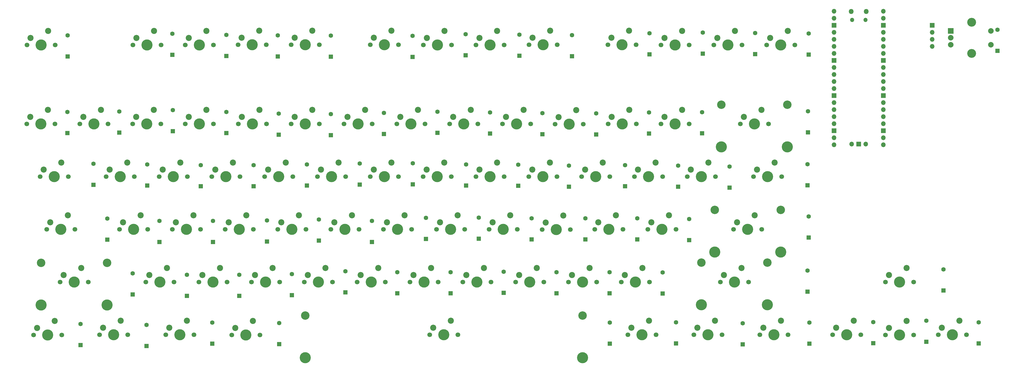
<source format=gbr>
%TF.GenerationSoftware,KiCad,Pcbnew,9.0.2*%
%TF.CreationDate,2025-06-22T22:51:19+05:30*%
%TF.ProjectId,hackboard,6861636b-626f-4617-9264-2e6b69636164,rev?*%
%TF.SameCoordinates,Original*%
%TF.FileFunction,Soldermask,Top*%
%TF.FilePolarity,Negative*%
%FSLAX46Y46*%
G04 Gerber Fmt 4.6, Leading zero omitted, Abs format (unit mm)*
G04 Created by KiCad (PCBNEW 9.0.2) date 2025-06-22 22:51:19*
%MOMM*%
%LPD*%
G01*
G04 APERTURE LIST*
G04 Aperture macros list*
%AMRoundRect*
0 Rectangle with rounded corners*
0 $1 Rounding radius*
0 $2 $3 $4 $5 $6 $7 $8 $9 X,Y pos of 4 corners*
0 Add a 4 corners polygon primitive as box body*
4,1,4,$2,$3,$4,$5,$6,$7,$8,$9,$2,$3,0*
0 Add four circle primitives for the rounded corners*
1,1,$1+$1,$2,$3*
1,1,$1+$1,$4,$5*
1,1,$1+$1,$6,$7*
1,1,$1+$1,$8,$9*
0 Add four rect primitives between the rounded corners*
20,1,$1+$1,$2,$3,$4,$5,0*
20,1,$1+$1,$4,$5,$6,$7,0*
20,1,$1+$1,$6,$7,$8,$9,0*
20,1,$1+$1,$8,$9,$2,$3,0*%
G04 Aperture macros list end*
%ADD10C,1.700000*%
%ADD11C,4.000000*%
%ADD12C,2.200000*%
%ADD13C,3.050000*%
%ADD14R,1.700000X1.700000*%
%ADD15O,1.700000X1.700000*%
%ADD16R,2.000000X2.000000*%
%ADD17C,2.000000*%
%ADD18C,3.200000*%
%ADD19RoundRect,0.250000X0.550000X-0.550000X0.550000X0.550000X-0.550000X0.550000X-0.550000X-0.550000X0*%
%ADD20C,1.600000*%
%ADD21O,1.800000X1.800000*%
%ADD22O,1.500000X1.500000*%
G04 APERTURE END LIST*
D10*
%TO.C,SW44*%
X121205000Y-298620000D03*
D11*
X126285000Y-298620000D03*
D10*
X131365000Y-298620000D03*
D12*
X128825000Y-293540000D03*
X122475000Y-296080000D03*
%TD*%
D10*
%TO.C,SW43*%
X102170000Y-298620000D03*
D11*
X107250000Y-298620000D03*
D10*
X112330000Y-298620000D03*
D12*
X109790000Y-293540000D03*
X103440000Y-296080000D03*
%TD*%
D10*
%TO.C,SW52*%
X273600000Y-298620000D03*
D11*
X278680000Y-298620000D03*
D10*
X283760000Y-298620000D03*
D12*
X281220000Y-293540000D03*
X274870000Y-296080000D03*
%TD*%
D10*
%TO.C,SW22*%
X221260000Y-260520000D03*
D11*
X226340000Y-260520000D03*
D10*
X231420000Y-260520000D03*
D12*
X228880000Y-255440000D03*
X222530000Y-257980000D03*
%TD*%
D10*
%TO.C,SW18*%
X145040000Y-260520000D03*
D11*
X150120000Y-260520000D03*
D10*
X155200000Y-260520000D03*
D12*
X152660000Y-255440000D03*
X146310000Y-257980000D03*
%TD*%
D10*
%TO.C,SW39*%
X287890000Y-279580000D03*
D11*
X292970000Y-279580000D03*
D10*
X298050000Y-279580000D03*
D12*
X295510000Y-274500000D03*
X289160000Y-277040000D03*
%TD*%
D10*
%TO.C,SW74*%
X309300000Y-336740000D03*
D11*
X314380000Y-336740000D03*
D10*
X319460000Y-336740000D03*
D12*
X316920000Y-331660000D03*
X310570000Y-334200000D03*
%TD*%
D10*
%TO.C,SW42*%
X75980000Y-298640000D03*
D11*
X81060000Y-298640000D03*
D10*
X86140000Y-298640000D03*
D12*
X83600000Y-293560000D03*
X77250000Y-296100000D03*
%TD*%
D13*
%TO.C,SW27*%
X319200000Y-253540000D03*
D11*
X319200000Y-268780000D03*
D10*
X326020000Y-260540000D03*
D11*
X331100000Y-260540000D03*
D10*
X336180000Y-260540000D03*
D13*
X343000000Y-253540000D03*
D11*
X343000000Y-268780000D03*
D12*
X333640000Y-255460000D03*
X327290000Y-258000000D03*
%TD*%
D10*
%TO.C,SW26*%
X297400000Y-260530000D03*
D11*
X302480000Y-260530000D03*
D10*
X307560000Y-260530000D03*
D12*
X305020000Y-255450000D03*
X298670000Y-257990000D03*
%TD*%
D10*
%TO.C,SW68*%
X71190000Y-336790000D03*
D11*
X76270000Y-336790000D03*
D10*
X81350000Y-336790000D03*
D12*
X78810000Y-331710000D03*
X72460000Y-334250000D03*
%TD*%
D10*
%TO.C,SW37*%
X249730000Y-279610000D03*
D11*
X254810000Y-279610000D03*
D10*
X259890000Y-279610000D03*
D12*
X257350000Y-274530000D03*
X251000000Y-277070000D03*
%TD*%
D10*
%TO.C,SW49*%
X216490000Y-298630000D03*
D11*
X221570000Y-298630000D03*
D10*
X226650000Y-298630000D03*
D12*
X224110000Y-293550000D03*
X217760000Y-296090000D03*
%TD*%
D14*
%TO.C,Brd1*%
X395230000Y-224870000D03*
D15*
X395230000Y-227410000D03*
X395230000Y-229950000D03*
X395230000Y-232490000D03*
%TD*%
D10*
%TO.C,SW47*%
X178360000Y-298620000D03*
D11*
X183440000Y-298620000D03*
D10*
X188520000Y-298620000D03*
D12*
X185980000Y-293540000D03*
X179630000Y-296080000D03*
%TD*%
D10*
%TO.C,SW45*%
X140260000Y-298650000D03*
D11*
X145340000Y-298650000D03*
D10*
X150420000Y-298650000D03*
D12*
X147880000Y-293570000D03*
X141530000Y-296110000D03*
%TD*%
D10*
%TO.C,SW34*%
X192620000Y-279600000D03*
D11*
X197700000Y-279600000D03*
D10*
X202780000Y-279600000D03*
D12*
X200240000Y-274520000D03*
X193890000Y-277060000D03*
%TD*%
D10*
%TO.C,SW12*%
X316500000Y-231970000D03*
D11*
X321580000Y-231970000D03*
D10*
X326660000Y-231970000D03*
D12*
X324120000Y-226890000D03*
X317770000Y-229430000D03*
%TD*%
D10*
%TO.C,SW10*%
X278340000Y-231940000D03*
D11*
X283420000Y-231940000D03*
D10*
X288500000Y-231940000D03*
D12*
X285960000Y-226860000D03*
X279610000Y-229400000D03*
%TD*%
D10*
%TO.C,SW4*%
X144990000Y-231930000D03*
D11*
X150070000Y-231930000D03*
D10*
X155150000Y-231930000D03*
D12*
X152610000Y-226850000D03*
X146260000Y-229390000D03*
%TD*%
D10*
%TO.C,SW32*%
X154530000Y-279590000D03*
D11*
X159610000Y-279590000D03*
D10*
X164690000Y-279590000D03*
D12*
X162150000Y-274510000D03*
X155800000Y-277050000D03*
%TD*%
D10*
%TO.C,SW35*%
X211690000Y-279600000D03*
D11*
X216770000Y-279600000D03*
D10*
X221850000Y-279600000D03*
D12*
X219310000Y-274520000D03*
X212960000Y-277060000D03*
%TD*%
D10*
%TO.C,SW58*%
X149780000Y-317700000D03*
D11*
X154860000Y-317700000D03*
D10*
X159940000Y-317700000D03*
D12*
X157400000Y-312620000D03*
X151050000Y-315160000D03*
%TD*%
D10*
%TO.C,SW16*%
X106960000Y-260490000D03*
D11*
X112040000Y-260490000D03*
D10*
X117120000Y-260490000D03*
D12*
X114580000Y-255410000D03*
X108230000Y-257950000D03*
%TD*%
D10*
%TO.C,SW59*%
X168830000Y-317670000D03*
D11*
X173910000Y-317670000D03*
D10*
X178990000Y-317670000D03*
D12*
X176450000Y-312590000D03*
X170100000Y-315130000D03*
%TD*%
D10*
%TO.C,SW78*%
X397440000Y-336740000D03*
D11*
X402520000Y-336740000D03*
D10*
X407600000Y-336740000D03*
D12*
X405060000Y-331660000D03*
X398710000Y-334200000D03*
%TD*%
D10*
%TO.C,SW7*%
X211740000Y-232000000D03*
D11*
X216820000Y-232000000D03*
D10*
X221900000Y-232000000D03*
D12*
X219360000Y-226920000D03*
X213010000Y-229460000D03*
%TD*%
D10*
%TO.C,SW6*%
X192650000Y-231910000D03*
D11*
X197730000Y-231910000D03*
D10*
X202810000Y-231910000D03*
D12*
X200270000Y-226830000D03*
X193920000Y-229370000D03*
%TD*%
D10*
%TO.C,SW19*%
X164070000Y-260520000D03*
D11*
X169150000Y-260520000D03*
D10*
X174230000Y-260520000D03*
D12*
X171690000Y-255440000D03*
X165340000Y-257980000D03*
%TD*%
D10*
%TO.C,SW28*%
X73570000Y-279580000D03*
D11*
X78650000Y-279580000D03*
D10*
X83730000Y-279580000D03*
D12*
X81190000Y-274500000D03*
X74840000Y-277040000D03*
%TD*%
D10*
%TO.C,SW23*%
X240300000Y-260560000D03*
D11*
X245380000Y-260560000D03*
D10*
X250460000Y-260560000D03*
D12*
X247920000Y-255480000D03*
X241570000Y-258020000D03*
%TD*%
D10*
%TO.C,SW2*%
X106980000Y-231950000D03*
D11*
X112060000Y-231950000D03*
D10*
X117140000Y-231950000D03*
D12*
X114600000Y-226870000D03*
X108250000Y-229410000D03*
%TD*%
D13*
%TO.C,SW72*%
X169140000Y-329740000D03*
D11*
X169140000Y-344980000D03*
D10*
X214060000Y-336740000D03*
D11*
X219140000Y-336740000D03*
D10*
X224220000Y-336740000D03*
D13*
X269140000Y-329740000D03*
D11*
X269140000Y-344980000D03*
D12*
X221680000Y-331660000D03*
X215330000Y-334200000D03*
%TD*%
D13*
%TO.C,SW55*%
X73910000Y-310700000D03*
D11*
X73910000Y-325940000D03*
D10*
X80730000Y-317700000D03*
D11*
X85810000Y-317700000D03*
D10*
X90890000Y-317700000D03*
D13*
X97710000Y-310700000D03*
D11*
X97710000Y-325940000D03*
D12*
X88350000Y-312620000D03*
X82000000Y-315160000D03*
%TD*%
D10*
%TO.C,SW20*%
X183150000Y-260520000D03*
D11*
X188230000Y-260520000D03*
D10*
X193310000Y-260520000D03*
D12*
X190770000Y-255440000D03*
X184420000Y-257980000D03*
%TD*%
D10*
%TO.C,SW36*%
X230720000Y-279590000D03*
D11*
X235800000Y-279590000D03*
D10*
X240880000Y-279590000D03*
D12*
X238340000Y-274510000D03*
X231990000Y-277050000D03*
%TD*%
D10*
%TO.C,SW64*%
X264090000Y-317710000D03*
D11*
X269170000Y-317710000D03*
D10*
X274250000Y-317710000D03*
D12*
X271710000Y-312630000D03*
X265360000Y-315170000D03*
%TD*%
D10*
%TO.C,SW8*%
X230720000Y-232010000D03*
D11*
X235800000Y-232010000D03*
D10*
X240880000Y-232010000D03*
D12*
X238340000Y-226930000D03*
X231990000Y-229470000D03*
%TD*%
D10*
%TO.C,SW50*%
X235440000Y-298600000D03*
D11*
X240520000Y-298600000D03*
D10*
X245600000Y-298600000D03*
D12*
X243060000Y-293520000D03*
X236710000Y-296060000D03*
%TD*%
D13*
%TO.C,SW54*%
X316790000Y-291622500D03*
D11*
X316790000Y-306862500D03*
D10*
X323610000Y-298622500D03*
D11*
X328690000Y-298622500D03*
D10*
X333770000Y-298622500D03*
D13*
X340590000Y-291622500D03*
D11*
X340590000Y-306862500D03*
D12*
X331230000Y-293542500D03*
X324880000Y-296082500D03*
%TD*%
D10*
%TO.C,SW31*%
X135470000Y-279590000D03*
D11*
X140550000Y-279590000D03*
D10*
X145630000Y-279590000D03*
D12*
X143090000Y-274510000D03*
X136740000Y-277050000D03*
%TD*%
D10*
%TO.C,SW17*%
X125900000Y-260560000D03*
D11*
X130980000Y-260560000D03*
D10*
X136060000Y-260560000D03*
D12*
X133520000Y-255480000D03*
X127170000Y-258020000D03*
%TD*%
D10*
%TO.C,SW21*%
X202190000Y-260520000D03*
D11*
X207270000Y-260520000D03*
D10*
X212350000Y-260520000D03*
D12*
X209810000Y-255440000D03*
X203460000Y-257980000D03*
%TD*%
D16*
%TO.C,SW79*%
X401910000Y-226900000D03*
D17*
X401910000Y-231900000D03*
X401910000Y-229400000D03*
D18*
X409410000Y-223800000D03*
X409410000Y-235000000D03*
D17*
X416410000Y-231900000D03*
X416410000Y-226900000D03*
%TD*%
D10*
%TO.C,SW60*%
X187880000Y-317670000D03*
D11*
X192960000Y-317670000D03*
D10*
X198040000Y-317670000D03*
D12*
X195500000Y-312590000D03*
X189150000Y-315130000D03*
%TD*%
D10*
%TO.C,SW71*%
X142680000Y-336790000D03*
D11*
X147760000Y-336790000D03*
D10*
X152840000Y-336790000D03*
D12*
X150300000Y-331710000D03*
X143950000Y-334250000D03*
%TD*%
D10*
%TO.C,SW76*%
X359340000Y-336700000D03*
D11*
X364420000Y-336700000D03*
D10*
X369500000Y-336700000D03*
D12*
X366960000Y-331620000D03*
X360610000Y-334160000D03*
%TD*%
D10*
%TO.C,SW69*%
X95010000Y-336750000D03*
D11*
X100090000Y-336750000D03*
D10*
X105170000Y-336750000D03*
D12*
X102630000Y-331670000D03*
X96280000Y-334210000D03*
%TD*%
D10*
%TO.C,SW48*%
X197390000Y-298650000D03*
D11*
X202470000Y-298650000D03*
D10*
X207550000Y-298650000D03*
D12*
X205010000Y-293570000D03*
X198660000Y-296110000D03*
%TD*%
D10*
%TO.C,SW11*%
X297400000Y-231970000D03*
D11*
X302480000Y-231970000D03*
D10*
X307560000Y-231970000D03*
D12*
X305020000Y-226890000D03*
X298670000Y-229430000D03*
%TD*%
D10*
%TO.C,SW63*%
X245030000Y-317710000D03*
D11*
X250110000Y-317710000D03*
D10*
X255190000Y-317710000D03*
D12*
X252650000Y-312630000D03*
X246300000Y-315170000D03*
%TD*%
D10*
%TO.C,SW29*%
X97380000Y-279600000D03*
D11*
X102460000Y-279600000D03*
D10*
X107540000Y-279600000D03*
D12*
X105000000Y-274520000D03*
X98650000Y-277060000D03*
%TD*%
D10*
%TO.C,SW46*%
X159280000Y-298620000D03*
D11*
X164360000Y-298620000D03*
D10*
X169440000Y-298620000D03*
D12*
X166900000Y-293540000D03*
X160550000Y-296080000D03*
%TD*%
D10*
%TO.C,SW33*%
X173540000Y-279570000D03*
D11*
X178620000Y-279570000D03*
D10*
X183700000Y-279570000D03*
D12*
X181160000Y-274490000D03*
X174810000Y-277030000D03*
%TD*%
D10*
%TO.C,SW41*%
X330760000Y-279600000D03*
D11*
X335840000Y-279600000D03*
D10*
X340920000Y-279600000D03*
D12*
X338380000Y-274520000D03*
X332030000Y-277060000D03*
%TD*%
D10*
%TO.C,SW1*%
X68815000Y-231950000D03*
D11*
X73895000Y-231950000D03*
D10*
X78975000Y-231950000D03*
D12*
X76435000Y-226870000D03*
X70085000Y-229410000D03*
%TD*%
D10*
%TO.C,SW25*%
X278380000Y-260560000D03*
D11*
X283460000Y-260560000D03*
D10*
X288540000Y-260560000D03*
D12*
X286000000Y-255480000D03*
X279650000Y-258020000D03*
%TD*%
D10*
%TO.C,SW57*%
X130770000Y-317700000D03*
D11*
X135850000Y-317700000D03*
D10*
X140930000Y-317700000D03*
D12*
X138390000Y-312620000D03*
X132040000Y-315160000D03*
%TD*%
D10*
%TO.C,SW40*%
X306920000Y-279580000D03*
D11*
X312000000Y-279580000D03*
D10*
X317080000Y-279580000D03*
D12*
X314540000Y-274500000D03*
X308190000Y-277040000D03*
%TD*%
D10*
%TO.C,SW61*%
X206930000Y-317670000D03*
D11*
X212010000Y-317670000D03*
D10*
X217090000Y-317670000D03*
D12*
X214550000Y-312590000D03*
X208200000Y-315130000D03*
%TD*%
D10*
%TO.C,SW9*%
X249810000Y-231910000D03*
D11*
X254890000Y-231910000D03*
D10*
X259970000Y-231910000D03*
D12*
X257430000Y-226830000D03*
X251080000Y-229370000D03*
%TD*%
D10*
%TO.C,SW5*%
X164090000Y-231930000D03*
D11*
X169170000Y-231930000D03*
D10*
X174250000Y-231930000D03*
D12*
X171710000Y-226850000D03*
X165360000Y-229390000D03*
%TD*%
D10*
%TO.C,SW14*%
X68740000Y-260520000D03*
D11*
X73820000Y-260520000D03*
D10*
X78900000Y-260520000D03*
D12*
X76360000Y-255440000D03*
X70010000Y-257980000D03*
%TD*%
D10*
%TO.C,SW77*%
X378400000Y-336770000D03*
D11*
X383480000Y-336770000D03*
D10*
X388560000Y-336770000D03*
D12*
X386020000Y-331690000D03*
X379670000Y-334230000D03*
%TD*%
D10*
%TO.C,SW75*%
X333120000Y-336760000D03*
D11*
X338200000Y-336760000D03*
D10*
X343280000Y-336760000D03*
D12*
X340740000Y-331680000D03*
X334390000Y-334220000D03*
%TD*%
D10*
%TO.C,SW53*%
X292690000Y-298660000D03*
D11*
X297770000Y-298660000D03*
D10*
X302850000Y-298660000D03*
D12*
X300310000Y-293580000D03*
X293960000Y-296120000D03*
%TD*%
D10*
%TO.C,SW70*%
X118840000Y-336730000D03*
D11*
X123920000Y-336730000D03*
D10*
X129000000Y-336730000D03*
D12*
X126460000Y-331650000D03*
X120110000Y-334190000D03*
%TD*%
D10*
%TO.C,SW15*%
X87880000Y-260560000D03*
D11*
X92960000Y-260560000D03*
D10*
X98040000Y-260560000D03*
D12*
X95500000Y-255480000D03*
X89150000Y-258020000D03*
%TD*%
D10*
%TO.C,SW62*%
X225980000Y-317670000D03*
D11*
X231060000Y-317670000D03*
D10*
X236140000Y-317670000D03*
D12*
X233600000Y-312590000D03*
X227250000Y-315130000D03*
%TD*%
D10*
%TO.C,SW56*%
X111650000Y-317670000D03*
D11*
X116730000Y-317670000D03*
D10*
X121810000Y-317670000D03*
D12*
X119270000Y-312590000D03*
X112920000Y-315130000D03*
%TD*%
D10*
%TO.C,SW3*%
X125930000Y-231960000D03*
D11*
X131010000Y-231960000D03*
D10*
X136090000Y-231960000D03*
D12*
X133550000Y-226880000D03*
X127200000Y-229420000D03*
%TD*%
D10*
%TO.C,SW65*%
X283120000Y-317670000D03*
D11*
X288200000Y-317670000D03*
D10*
X293280000Y-317670000D03*
D12*
X290740000Y-312590000D03*
X284390000Y-315130000D03*
%TD*%
D10*
%TO.C,SW38*%
X268810000Y-279610000D03*
D11*
X273890000Y-279610000D03*
D10*
X278970000Y-279610000D03*
D12*
X276430000Y-274530000D03*
X270080000Y-277070000D03*
%TD*%
D10*
%TO.C,SW67*%
X378390000Y-317710000D03*
D11*
X383470000Y-317710000D03*
D10*
X388550000Y-317710000D03*
D12*
X386010000Y-312630000D03*
X379660000Y-315170000D03*
%TD*%
D10*
%TO.C,SW24*%
X259270000Y-260590000D03*
D11*
X264350000Y-260590000D03*
D10*
X269430000Y-260590000D03*
D12*
X266890000Y-255510000D03*
X260540000Y-258050000D03*
%TD*%
D10*
%TO.C,SW30*%
X116460000Y-279590000D03*
D11*
X121540000Y-279590000D03*
D10*
X126620000Y-279590000D03*
D12*
X124080000Y-274510000D03*
X117730000Y-277050000D03*
%TD*%
D10*
%TO.C,SW51*%
X254590000Y-298690000D03*
D11*
X259670000Y-298690000D03*
D10*
X264750000Y-298690000D03*
D12*
X262210000Y-293610000D03*
X255860000Y-296150000D03*
%TD*%
D10*
%TO.C,SW73*%
X285490000Y-336710000D03*
D11*
X290570000Y-336710000D03*
D10*
X295650000Y-336710000D03*
D12*
X293110000Y-331630000D03*
X286760000Y-334170000D03*
%TD*%
D10*
%TO.C,SW13*%
X335500000Y-231950000D03*
D11*
X340580000Y-231950000D03*
D10*
X345660000Y-231950000D03*
D12*
X343120000Y-226870000D03*
X336770000Y-229410000D03*
%TD*%
D13*
%TO.C,SW66*%
X312030000Y-310670000D03*
D11*
X312030000Y-325910000D03*
D10*
X318850000Y-317670000D03*
D11*
X323930000Y-317670000D03*
D10*
X329010000Y-317670000D03*
D13*
X335830000Y-310670000D03*
D11*
X335830000Y-325910000D03*
D12*
X326470000Y-312590000D03*
X320120000Y-315130000D03*
%TD*%
D19*
%TO.C,D6*%
X207850000Y-236300000D03*
D20*
X207850000Y-228680000D03*
%TD*%
D19*
%TO.C,D52*%
X288875000Y-302250000D03*
D20*
X288875000Y-294630000D03*
%TD*%
D19*
%TO.C,D4*%
X159250000Y-236095000D03*
D20*
X159250000Y-228475000D03*
%TD*%
D19*
%TO.C,D69*%
X111890000Y-340760000D03*
D20*
X111890000Y-333140000D03*
%TD*%
D19*
%TO.C,D54*%
X350675000Y-301575000D03*
D20*
X350675000Y-293955000D03*
%TD*%
D19*
%TO.C,D40*%
X322175000Y-283550000D03*
D20*
X322175000Y-275930000D03*
%TD*%
D19*
%TO.C,D57*%
X145350000Y-322670000D03*
D20*
X145350000Y-315050000D03*
%TD*%
D19*
%TO.C,D2*%
X121275000Y-235550000D03*
D20*
X121275000Y-227930000D03*
%TD*%
D19*
%TO.C,D12*%
X331425000Y-235250000D03*
D20*
X331425000Y-227630000D03*
%TD*%
D19*
%TO.C,D47*%
X193250000Y-303150000D03*
D20*
X193250000Y-295530000D03*
%TD*%
D19*
%TO.C,D21*%
X216825000Y-263775000D03*
D20*
X216825000Y-256155000D03*
%TD*%
D19*
%TO.C,D25*%
X293100000Y-263950000D03*
D20*
X293100000Y-256330000D03*
%TD*%
D19*
%TO.C,D16*%
X121425000Y-263150000D03*
D20*
X121425000Y-255530000D03*
%TD*%
D19*
%TO.C,D36*%
X245950000Y-282875000D03*
D20*
X245950000Y-275255000D03*
%TD*%
D19*
%TO.C,D17*%
X140700000Y-263800000D03*
D20*
X140700000Y-256180000D03*
%TD*%
D19*
%TO.C,D62*%
X240700000Y-321600000D03*
D20*
X240700000Y-313980000D03*
%TD*%
D19*
%TO.C,D1*%
X83500000Y-236100000D03*
D20*
X83500000Y-228480000D03*
%TD*%
D19*
%TO.C,D20*%
X197500000Y-264200000D03*
D20*
X197500000Y-256580000D03*
%TD*%
D19*
%TO.C,D8*%
X246350000Y-235900000D03*
D20*
X246350000Y-228280000D03*
%TD*%
D19*
%TO.C,D24*%
X274050000Y-264350000D03*
D20*
X274050000Y-256730000D03*
%TD*%
D19*
%TO.C,D70*%
X135670000Y-339970000D03*
D20*
X135670000Y-332350000D03*
%TD*%
D19*
%TO.C,D14*%
X83400000Y-263825000D03*
D20*
X83400000Y-256205000D03*
%TD*%
D19*
%TO.C,D13*%
X350650000Y-235475000D03*
D20*
X350650000Y-227855000D03*
%TD*%
D19*
%TO.C,D55*%
X106975000Y-322150000D03*
D20*
X106975000Y-314530000D03*
%TD*%
D19*
%TO.C,D75*%
X350930000Y-339950000D03*
D20*
X350930000Y-332330000D03*
%TD*%
D19*
%TO.C,D23*%
X254650000Y-264225000D03*
D20*
X254650000Y-256605000D03*
%TD*%
D19*
%TO.C,D26*%
X312275000Y-263925000D03*
D20*
X312275000Y-256305000D03*
%TD*%
D19*
%TO.C,D68*%
X88180000Y-340440000D03*
D20*
X88180000Y-332820000D03*
%TD*%
D19*
%TO.C,D49*%
X231725000Y-301975000D03*
D20*
X231725000Y-294355000D03*
%TD*%
D19*
%TO.C,D10*%
X293300000Y-235350000D03*
D20*
X293300000Y-227730000D03*
%TD*%
D19*
%TO.C,D37*%
X264220000Y-283210000D03*
D20*
X264220000Y-275590000D03*
%TD*%
D19*
%TO.C,D42*%
X97800000Y-302350000D03*
D20*
X97800000Y-294730000D03*
%TD*%
D19*
%TO.C,D78*%
X412020000Y-339840000D03*
D20*
X412020000Y-332220000D03*
%TD*%
D19*
%TO.C,D5*%
X178425000Y-236250000D03*
D20*
X178425000Y-228630000D03*
%TD*%
D19*
%TO.C,D45*%
X155375000Y-303050000D03*
D20*
X155375000Y-295430000D03*
%TD*%
D19*
%TO.C,D19*%
X178425000Y-264600000D03*
D20*
X178425000Y-256980000D03*
%TD*%
D19*
%TO.C,D32*%
X169750000Y-282750000D03*
D20*
X169750000Y-275130000D03*
%TD*%
D21*
%TO.C,U1*%
X371465000Y-219910000D03*
D22*
X371165000Y-222940000D03*
X366315000Y-222940000D03*
D21*
X366015000Y-219910000D03*
D15*
X377630000Y-219780000D03*
X377630000Y-222320000D03*
D14*
X377630000Y-224860000D03*
D15*
X377630000Y-227400000D03*
X377630000Y-229940000D03*
X377630000Y-232480000D03*
X377630000Y-235020000D03*
D14*
X377630000Y-237560000D03*
D15*
X377630000Y-240100000D03*
X377630000Y-242640000D03*
X377630000Y-245180000D03*
X377630000Y-247720000D03*
D14*
X377630000Y-250260000D03*
D15*
X377630000Y-252800000D03*
X377630000Y-255340000D03*
X377630000Y-257880000D03*
X377630000Y-260420000D03*
D14*
X377630000Y-262960000D03*
D15*
X377630000Y-265500000D03*
X377630000Y-268040000D03*
X359850000Y-268040000D03*
X359850000Y-265500000D03*
D14*
X359850000Y-262960000D03*
D15*
X359850000Y-260420000D03*
X359850000Y-257880000D03*
X359850000Y-255340000D03*
X359850000Y-252800000D03*
D14*
X359850000Y-250260000D03*
D15*
X359850000Y-247720000D03*
X359850000Y-245180000D03*
X359850000Y-242640000D03*
X359850000Y-240100000D03*
D14*
X359850000Y-237560000D03*
D15*
X359850000Y-235020000D03*
X359850000Y-232480000D03*
X359850000Y-229940000D03*
X359850000Y-227400000D03*
D14*
X359850000Y-224860000D03*
D15*
X359850000Y-222320000D03*
X359850000Y-219780000D03*
X371280000Y-267810000D03*
D14*
X368740000Y-267810000D03*
D15*
X366200000Y-267810000D03*
%TD*%
D19*
%TO.C,D64*%
X278875000Y-321725000D03*
D20*
X278875000Y-314105000D03*
%TD*%
D19*
%TO.C,D72*%
X279000000Y-339960000D03*
D20*
X279000000Y-332340000D03*
%TD*%
D19*
%TO.C,D60*%
X202350000Y-321725000D03*
D20*
X202350000Y-314105000D03*
%TD*%
D19*
%TO.C,D31*%
X150525000Y-283075000D03*
D20*
X150525000Y-275455000D03*
%TD*%
D19*
%TO.C,D39*%
X303625000Y-283235000D03*
D20*
X303625000Y-275615000D03*
%TD*%
D19*
%TO.C,D76*%
X373940000Y-339760000D03*
D20*
X373940000Y-332140000D03*
%TD*%
D19*
%TO.C,D56*%
X126450000Y-322625000D03*
D20*
X126450000Y-315005000D03*
%TD*%
D19*
%TO.C,D48*%
X212650000Y-302125000D03*
D20*
X212650000Y-294505000D03*
%TD*%
D19*
%TO.C,D53*%
X307600000Y-302500000D03*
D20*
X307600000Y-294880000D03*
%TD*%
D19*
%TO.C,D3*%
X140675000Y-235975000D03*
D20*
X140675000Y-228355000D03*
%TD*%
D19*
%TO.C,D65*%
X298000000Y-321825000D03*
D20*
X298000000Y-314205000D03*
%TD*%
D19*
%TO.C,D74*%
X326870000Y-340190000D03*
D20*
X326870000Y-332570000D03*
%TD*%
D19*
%TO.C,D28*%
X92825000Y-282575000D03*
D20*
X92825000Y-274955000D03*
%TD*%
D19*
%TO.C,D71*%
X159760000Y-340070000D03*
D20*
X159760000Y-332450000D03*
%TD*%
D19*
%TO.C,D50*%
X250800000Y-302225000D03*
D20*
X250800000Y-294605000D03*
%TD*%
D19*
%TO.C,D77*%
X393140000Y-339230000D03*
D20*
X393140000Y-331610000D03*
%TD*%
D19*
%TO.C,D41*%
X350250000Y-282710000D03*
D20*
X350250000Y-275090000D03*
%TD*%
D19*
%TO.C,D38*%
X284475000Y-283000000D03*
D20*
X284475000Y-275380000D03*
%TD*%
D19*
%TO.C,D63*%
X259750000Y-321775000D03*
D20*
X259750000Y-314155000D03*
%TD*%
D19*
%TO.C,D11*%
X312475000Y-235125000D03*
D20*
X312475000Y-227505000D03*
%TD*%
D19*
%TO.C,D15*%
X102075000Y-263625000D03*
D20*
X102075000Y-256005000D03*
%TD*%
D19*
%TO.C,D67*%
X399310000Y-320750000D03*
D20*
X399310000Y-313130000D03*
%TD*%
D19*
%TO.C,D9*%
X265375000Y-236025000D03*
D20*
X265375000Y-228405000D03*
%TD*%
D19*
%TO.C,D59*%
X183675000Y-321375000D03*
D20*
X183675000Y-313755000D03*
%TD*%
D19*
%TO.C,D22*%
X235800000Y-264025000D03*
D20*
X235800000Y-256405000D03*
%TD*%
D19*
%TO.C,D27*%
X350450000Y-263575000D03*
D20*
X350450000Y-255955000D03*
%TD*%
D19*
%TO.C,D46*%
X174075000Y-302675000D03*
D20*
X174075000Y-295055000D03*
%TD*%
D19*
%TO.C,D18*%
X159575000Y-264375000D03*
D20*
X159575000Y-256755000D03*
%TD*%
D19*
%TO.C,D7*%
X227025000Y-235750000D03*
D20*
X227025000Y-228130000D03*
%TD*%
D19*
%TO.C,D58*%
X164350000Y-322400000D03*
D20*
X164350000Y-314780000D03*
%TD*%
D19*
%TO.C,D44*%
X135925000Y-303225000D03*
D20*
X135925000Y-295605000D03*
%TD*%
D19*
%TO.C,D66*%
X350300000Y-321150000D03*
D20*
X350300000Y-313530000D03*
%TD*%
D19*
%TO.C,D30*%
X131500000Y-283000000D03*
D20*
X131500000Y-275380000D03*
%TD*%
D19*
%TO.C,D34*%
X207925000Y-282350000D03*
D20*
X207925000Y-274730000D03*
%TD*%
D19*
%TO.C,D73*%
X302860000Y-339820000D03*
D20*
X302860000Y-332200000D03*
%TD*%
D19*
%TO.C,D33*%
X188825000Y-282475000D03*
D20*
X188825000Y-274855000D03*
%TD*%
D19*
%TO.C,D51*%
X270175000Y-302225000D03*
D20*
X270175000Y-294605000D03*
%TD*%
D19*
%TO.C,D61*%
X221575000Y-321775000D03*
D20*
X221575000Y-314155000D03*
%TD*%
D19*
%TO.C,D29*%
X112150000Y-282750000D03*
D20*
X112150000Y-275130000D03*
%TD*%
D19*
%TO.C,D79*%
X418760000Y-234080000D03*
D20*
X418760000Y-226460000D03*
%TD*%
D19*
%TO.C,D43*%
X116550000Y-303150000D03*
D20*
X116550000Y-295530000D03*
%TD*%
D19*
%TO.C,D35*%
X227150000Y-282750000D03*
D20*
X227150000Y-275130000D03*
%TD*%
M02*

</source>
